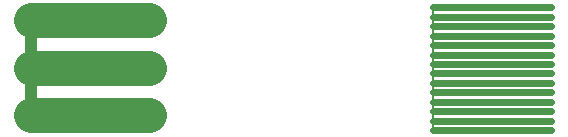
<source format=gbr>
%TF.GenerationSoftware,KiCad,Pcbnew,8.0.7*%
%TF.CreationDate,2025-07-18T11:32:33+12:00*%
%TF.ProjectId,esf1,65736631-2e6b-4696-9361-645f70636258,rev?*%
%TF.SameCoordinates,Original*%
%TF.FileFunction,Copper,L1,Top*%
%TF.FilePolarity,Positive*%
%FSLAX46Y46*%
G04 Gerber Fmt 4.6, Leading zero omitted, Abs format (unit mm)*
G04 Created by KiCad (PCBNEW 8.0.7) date 2025-07-18 11:32:33*
%MOMM*%
%LPD*%
G01*
G04 APERTURE LIST*
%TA.AperFunction,Conductor*%
%ADD10C,0.200000*%
%TD*%
%TA.AperFunction,Conductor*%
%ADD11C,0.600000*%
%TD*%
%TA.AperFunction,Conductor*%
%ADD12C,1.000000*%
%TD*%
%TA.AperFunction,Conductor*%
%ADD13C,3.000000*%
%TD*%
G04 APERTURE END LIST*
D10*
%TO.N,*%
X60647600Y-23400000D02*
X60647600Y-33800000D01*
D11*
X60647600Y-33800000D02*
X70647600Y-33800000D01*
X60647600Y-33000000D02*
X70647600Y-33000000D01*
X60647600Y-32200000D02*
X70647600Y-32200000D01*
X60647600Y-31400000D02*
X70647600Y-31400000D01*
X60647600Y-30600000D02*
X70647600Y-30600000D01*
X60647600Y-29800000D02*
X70647600Y-29800000D01*
X60647600Y-29000000D02*
X70647600Y-29000000D01*
X60647600Y-28200000D02*
X70647600Y-28200000D01*
X60647600Y-27400000D02*
X70647600Y-27400000D01*
X60647600Y-26600000D02*
X70647600Y-26600000D01*
X60647600Y-25800000D02*
X70647600Y-25800000D01*
X60647600Y-25000000D02*
X70647600Y-25000000D01*
X60647600Y-24200000D02*
X70647600Y-24200000D01*
X60647600Y-23400000D02*
X70647600Y-23400000D01*
D12*
X26647600Y-24500000D02*
X26647600Y-32500000D01*
D13*
X26647600Y-32500000D02*
X36647600Y-32500000D01*
X26647600Y-28500000D02*
X36647600Y-28500000D01*
X26647600Y-24500000D02*
X36647600Y-24500000D01*
%TD*%
M02*

</source>
